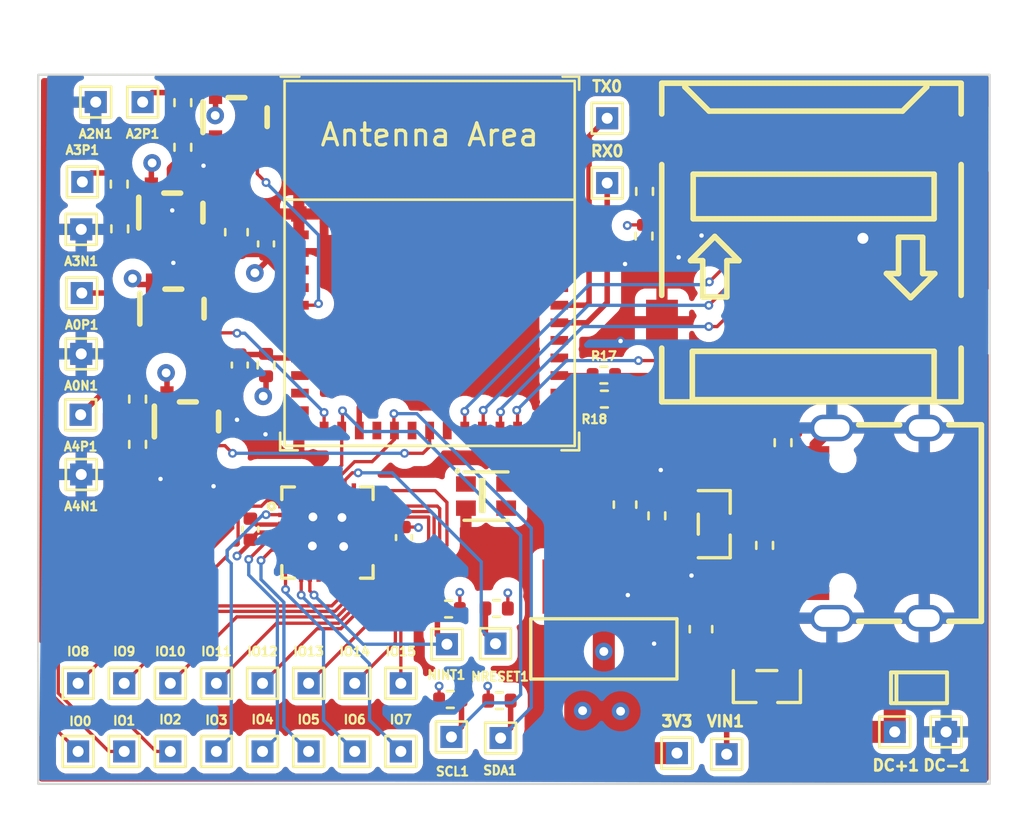
<source format=kicad_pcb>
(kicad_pcb (version 20221018) (generator pcbnew)
  (layers (0 "F.Cu" signal) (1 "In1.Cu" signal) (2 "In2.Cu" signal) (31 "B.Cu" signal) (34 "B.Paste" user) (35 "F.Paste" user) (36 "B.SilkS" user "B.Silkscreen") (37 "F.SilkS" user "F.Silkscreen") (38 "B.Mask" user) (39 "F.Mask" user) (44 "Edge.Cuts" user))
  (net 0 "")
  (net 1 "Net-(C1-Pad1)")
  (net 2 "GND")
  (net 3 "+3V3")
  (net 4 "Net-(U4-+)")
  (net 5 "Net-(U1-EN{slash}CHIP_PU)")
  (net 6 "Net-(U10-S)")
  (net 7 "ADC1_CH0")
  (net 8 "ADC1_CH2")
  (net 9 "ADC1_CH3")
  (net 10 "ADC1_CH4")
  (net 11 "I2S")
  (net 12 "CS")
  (net 13 "DI")
  (net 14 "SCLK")
  (net 15 "DO")
  (net 16 "+5V")
  (net 17 "D+")
  (net 18 "D-")
  (net 26 "I2C_SCL")
  (net 36 "Net-(R2-Pad2)")
  (net 37 "Net-(R7-Pad2)")
  (net 38 "Net-(D1-K)")
  (net 39 "Net-(U11-IO0)")
  (net 40 "Net-(U11-IO1)")
  (net 41 "Net-(RX0-Pad1)")
  (net 42 "Net-(TX0-Pad1)")
  (net 43 "Net-(U11-IO2)")
  (net 44 "I2C_SDA")
  (net 45 "Net-(U11-IO3)")
  (net 46 "Net-(U11-IO4)")
  (net 47 "Net-(U11-IO5)")
  (net 48 "Net-(U11-IO6)")
  (net 49 "Net-(U11-IO7)")
  (net 50 "Net-(U11-IO8)")
  (net 51 "Net-(U11-IO9)")
  (net 52 "Net-(U11-IO10)")
  (net 53 "Net-(U11-IO11)")
  (net 54 "Net-(U11-IO12)")
  (net 55 "Net-(U11-IO13)")
  (net 56 "Net-(U11-IO14)")
  (net 57 "Net-(U11-IO15)")
  (net 58 "Net-(SD1-DAT2)")
  (net 59 "Net-(USB-C1-CC1)")
  (net 60 "Net-(SD1-DAT1)")
  (net 61 "NRESET")
  (net 62 "NINT")
  (net 63 "Net-(U6-+)")
  (net 64 "Net-(U7-+)")
  (net 65 "Net-(USB-C1-CC2)")
  (net 66 "Net-(A2P1-Pad1)")
  (net 67 "Net-(A3P1-Pad1)")
  (net 68 "Net-(A4P1-Pad1)")
  (net 69 "D_CONN+")
  (net 70 "D_CONN-")
  (net 71 "Net-(U5-+)")
  (net 72 "Net-(U1-GPIO20{slash}U0RXD)")
  (net 73 "Net-(U1-GPIO21{slash}U0TXD)")
  (net 77 "NEOPIXEL")
  (footprint "1_project_footprints:LM321MF" (layer "F.Cu") (at 107.873813 46.456944)
    (fp_text reference "U5" hide)
    (fp_text value "LM321MF" hide)
  )
  (footprint "TestPoint:TestPoint_THTPad_1.0x1.0mm_Drill0.5mm" (layer "F.Cu") (at 111.157656 77.2922)
    (fp_text reference "IO13")
    (fp_text value "TestPoint")
  )
  (footprint "TestPoint:TestPoint_THTPad_1.0x1.0mm_Drill0.5mm" (layer "F.Cu") (at 140.1572 79.502)
    (fp_text reference "DC-1")
    (fp_text value "TestPoint")
  )
  (footprint "TestPoint:TestPoint_THTPad_1.0x1.0mm_Drill0.5mm" (layer "F.Cu") (at 137.8204 79.502)
    (fp_text reference "DC+1")
    (fp_text value "TestPoint")
  )
  (footprint "Resistor_SMD:R_0402_1005Metric" (layer "F.Cu") (at 109.22 62.8142 90)
    (fp_text reference "R4" hide)
    (fp_text value "10k")
  )
  (footprint "Capacitor_SMD:C_0402_1005Metric" (layer "F.Cu") (at 108.0262 62.8142 -90)
    (fp_text reference "C1" hide)
    (fp_text value "1uF")
  )
  (footprint "TestPoint:TestPoint_THTPad_1.0x1.0mm_Drill0.5mm" (layer "F.Cu") (at 106.963028 77.2922)
    (fp_text reference "IO11")
    (fp_text value "TestPoint")
  )
  (footprint "TestPoint:TestPoint_THTPad_1.0x1.0mm_Drill0.5mm" (layer "F.Cu") (at 111.157656 80.391)
    (fp_text reference "IO5")
    (fp_text value "TestPoint")
  )
  (footprint "1_project_footprints:LM321MF" (layer "F.Cu") (at 105.003613 55.169144)
    (fp_text reference "U4" hide)
    (fp_text value "LM321MF" hide)
  )
  (footprint "Resistor_SMD:R_0402_1005Metric" (layer "F.Cu") (at 131.9022 71.0184 -90)
    (fp_text reference "R2" hide)
    (fp_text value "5.1k")
  )
  (footprint "TestPoint:TestPoint_THTPad_1.0x1.0mm_Drill0.5mm" (layer "F.Cu") (at 130.175 80.518 -90)
    (fp_text reference "VIN1")
    (fp_text value "TestPoint")
  )
  (footprint "Capacitor_SMD:C_0603_1608Metric" (layer "F.Cu") (at 107.8738 56.769 90)
    (fp_text reference "C2" hide)
    (fp_text value "10uF")
  )
  (footprint "Resistor_SMD:R_0402_1005Metric" (layer "F.Cu") (at 126.4158 56.9468 90)
    (fp_text reference "R1" hide)
    (fp_text value "10k")
  )
  (footprint "TestPoint:TestPoint_THTPad_1.0x1.0mm_Drill0.5mm" (layer "F.Cu") (at 115.352286 77.2922)
    (fp_text reference "IO15")
    (fp_text value "TestPoint")
  )
  (footprint "1_project_footprints:472192001" (layer "F.Cu") (at 134.112 69.391994 180)
    (fp_text reference "SD1" hide)
    (fp_text value "472192001" hide)
  )
  (footprint "Resistor_SMD:R_0402_1005Metric" (layer "F.Cu") (at 103.378 64.3636 -90)
    (fp_text reference "R12" hide)
    (fp_text value "7.5k")
  )
  (footprint "TestPoint:TestPoint_THTPad_1.0x1.0mm_Drill0.5mm" (layer "F.Cu") (at 101.473 50.8508 180)
    (fp_text reference "A2N1")
    (fp_text value "TestPoint")
  )
  (footprint "Resistor_SMD:R_0402_1005Metric" (layer "F.Cu") (at 124.6124 64.3636)
    (fp_text reference "R18")
    (fp_text value "30.1")
  )
  (footprint "Resistor_SMD:R_0402_1005Metric" (layer "F.Cu") (at 103.378 66.421 -90)
    (fp_text reference "R6" hide)
    (fp_text value "1k")
  )
  (footprint "TestPoint:TestPoint_THTPad_1.0x1.0mm_Drill0.5mm" (layer "F.Cu") (at 100.8126 56.642 180)
    (fp_text reference "A3N1")
    (fp_text value "TestPoint")
  )
  (footprint "TestPoint:TestPoint_THTPad_1.0x1.0mm_Drill0.5mm" (layer "F.Cu") (at 119.89 79.7814)
    (fp_text reference "SDA1")
    (fp_text value "TestPoint")
  )
  (footprint "TestPoint:TestPoint_THTPad_1.0x1.0mm_Drill0.5mm" (layer "F.Cu") (at 124.7394 51.5874)
    (fp_text reference "TX0")
    (fp_text value "TestPoint")
  )
  (footprint "TestPoint:TestPoint_THTPad_1.0x1.0mm_Drill0.5mm" (layer "F.Cu") (at 100.671086 80.391 180)
    (fp_text reference "IO0")
    (fp_text value "TestPoint")
  )
  (footprint "Resistor_SMD:R_0402_1005Metric" (layer "F.Cu") (at 119.8372 78.0796 180)
    (fp_text reference "R16" hide)
    (fp_text value "4.7k")
  )
  (footprint "TestPoint:TestPoint_THTPad_1.0x1.0mm_Drill0.5mm" (layer "F.Cu") (at 102.7684 80.391 90)
    (fp_text reference "IO1")
    (fp_text value "TestPoint")
  )
  (footprint "Resistor_SMD:R_0402_1005Metric" (layer "F.Cu") (at 102.5652 56.6166 -90)
    (fp_text reference "R5" hide)
    (fp_text value "1k")
  )
  (footprint "TestPoint:TestPoint_THTPad_1.0x1.0mm_Drill0.5mm" (layer "F.Cu") (at 100.8126 62.3062 180)
    (fp_text reference "A0N1")
    (fp_text value "TestPoint")
  )
  (footprint "Resistor_SMD:R_0402_1005Metric" (layer "F.Cu") (at 124.587 63.2714)
    (fp_text reference "R17")
    (fp_text value "30.1")
  )
  (footprint "1_espressif:ESP32-C3-MINI-1" (layer "F.Cu") (at 116.6622 58.1914)
    (fp_text reference "U1" hide)
    (fp_text value "ESP32-C3-MINI-1")
  )
  (footprint "TestPoint:TestPoint_THTPad_1.0x1.0mm_Drill0.5mm" (layer "F.Cu") (at 127.9144 80.4672)
    (fp_text reference "3V3")
    (fp_text value "TestPoint")
  )
  (footprint "Resistor_SMD:R_0402_1005Metric" (layer "F.Cu") (at 102.5398 54.5846 -90)
    (fp_text reference "R11" hide)
    (fp_text value "3.92k")
  )
  (footprint "TestPoint:TestPoint_THTPad_1.0x1.0mm_Drill0.5mm" (layer "F.Cu") (at 113.25497 80.391)
    (fp_text reference "IO6")
    (fp_text value "TestPoint")
  )
  (footprint "TestPoint:TestPoint_THTPad_1.0x1.0mm_Drill0.5mm" (layer "F.Cu") (at 106.963028 80.391 180)
    (fp_text reference "IO3")
    (fp_text value "TestPoint")
  )
  (footprint "Capacitor_SMD:C_0603_1608Metric" (layer "F.Cu") (at 129.0066 74.8284 90)
    (fp_text reference "C5" hide)
    (fp_text value "10uF")
  )
  (footprint "Resistor_SMD:R_0402_1005Metric" (layer "F.Cu") (at 105.4354 50.8762 -90)
    (fp_text reference "R10" hide)
    (fp_text value "1.6k")
  )
  (footprint "1_project_footprints:SOT-23" (layer "F.Cu") (at 132.0038 82.518434 180)
    (fp_text reference "U9" hide)
    (fp_text value "A03401A" hide)
  )
  (footprint "TestPoint:TestPoint_THTPad_1.0x1.0mm_Drill0.5mm" (layer "F.Cu") (at 100.8634 54.483)
    (fp_text reference "A3P1")
    (fp_text value "TestPoint")
  )
  (footprint "Resistor_SMD:R_0402_1005Metric" (layer "F.Cu") (at 117.5258 73.914)
    (fp_text reference "R15" hide)
    (fp_text value "10k")
  )
  (footprint "1_project_footprints:LM321MF" (layer "F.Cu") (at 104.952813 50.800344)
    (fp_text reference "U6" hide)
    (fp_text value "LM321MF" hide)
  )
  (footprint "Resistor_SMD:R_0402_1005Metric" (layer "F.Cu") (at 117.602 78.0288 180)
    (fp_text reference "R8" hide)
    (fp_text value "4.7k")
  )
  (footprint "1_project_footprints:DFN1610" (layer "F.Cu") (at 138.924258 72.4154)
    (fp_text reference "D1" hide)
    (fp_text value "LTVS16H5.0T5G" hide)
  )
  (footprint "TestPoint:TestPoint_THTPad_1.0x1.0mm_Drill0.5mm" (layer "F.Cu") (at 100.7872 65.0748 180)
    (fp_text reference "A4P1")
    (fp_text value "TestPoint")
  )
  (footprint "TestPoint:TestPoint_THTPad_1.0x1.0mm_Drill0.5mm" (layer "F.Cu") (at 124.7394 54.5338)
    (fp_text reference "RX0")
    (fp_text value "TestPoint")
  )
  (footprint "TestPoint:TestPoint_THTPad_1.0x1.0mm_Drill0.5mm" (layer "F.Cu") (at 100.8126 67.7926 180)
    (fp_text reference "A4N1")
    (fp_text value "TestPoint")
  )
  (footprint "1_project_footprints:LM321MF" (layer "F.Cu") (at 105.664013 60.299944)
    (fp_text reference "U7" hide)
    (fp_text value "LM321MF" hide)
  )
  (footprint "1_project_footprints:SOT-223-4" (layer "F.Cu") (at 124.587 83.642194 180)
    (fp_text reference "U2" hide)
    (fp_text value "AZ1117IH-3.3TRG1" hide)
  )
  (footprint "1_project_footprints:QFN-28-EP(4x4)" (layer "F.Cu") (at 116.87603 70.4342 -90)
    (fp_text reference "U11" hide)
    (fp_text value "SX1509BIULTRT" hide)
  )
  (footprint "Capacitor_SMD:C_0402_1005Metric" (layer "F.Cu") (at 109.22 57.3024 90)
    (fp_text reference "C3" hide)
    (fp_text value "0.1uF")
  )
  (footprint "Resistor_SMD:R_0402_1005Metric" (layer "F.Cu") (at 126.4412 54.9148 -90)
    (fp_text reference "R3" hide)
    (fp_text value "10k")
  )
  (footprint "TestPoint:TestPoint_THTPad_1.0x1.0mm_Drill0.5mm" (layer "F.Cu") (at 104.865714 77.2922)
    (fp_text reference "IO10")
    (fp_text value "TestPoint")
  )
  (footprint "Resistor_SMD:R_0402_1005Metric" (layer "F.Cu") (at 119.7102 73.8886)
    (fp_text reference "R14" hide)
    (fp_text value "10k")
  )
  (footprint "Capacitor_SMD:C_0603_1608Metric" (layer "F.Cu") (at 125.5522 69.1642 90)
    (fp_text reference "C4" hide)
    (fp_text value "10uF")
  )
  (footprint "1_project_footprints:USB-TYPE-C-018" (layer "F.Cu") (at 129.0574 70.0024 90)
    (fp_text reference "USB-C1" hide)
    (fp_text value "USB-TYPE-C-018" hide)
  )
  (footprint "1_project_footprints:SOT-23" (layer "F.Cu") (at 134.690034 70.0532 -90)
    (fp_text reference "U10" hide)
    (fp_text value "A03401A" hide)
  )
  (footprint "TestPoint:TestPoint_THTPad_1.0x1.0mm_Drill0.5mm" (layer "F.Cu") (at 119.6594 75.4888)
    (fp_text reference "NRESET1")
    (fp_text value "TestPoint")
  )
  (footprint "Resistor_SMD:R_0402_1005Metric" (layer "F.Cu") (at 127 69.6722 -90)
    (fp_text reference "R9" hide)
    (fp_text value "10k")
  )
  (footprint "TestPoint:TestPoint_THTPad_1.0x1.0mm_Drill0.5mm" (layer "F.Cu") (at 117.6528 79.7306)
    (fp_text reference "SCL1")
    (fp_text value "TestPoint")
  )
  (footprint "Resistor_SMD:R_0402_1005Metric" (layer "F.Cu") (at 105.4354 52.9082 -90)
    (fp_text reference "R13" hide)
    (fp_text value "1k")
  )
  (footprint "TestPoint:TestPoint_THTPad_1.0x1.0mm_Drill0.5mm" (layer "F.Cu") (at 102.7684 77.2922)
    (fp_text reference "IO9")
    (fp_text value "TestPoint")
  )
  (footprint "TestPoint:TestPoint_THTPad_1.0x1.0mm_Drill0.5mm" (layer "F.Cu") (at 100.838 59.5376 180)
    (fp_text reference "A0P1")
    (fp_text value "TestPoint")
  )
  (footprint "TestPoint:TestPoint_THTPad_1.0x1.0mm_Drill0.5mm" (layer "F.Cu") (at 100.671086 77.2922)
    (fp_text reference "IO8")
    (fp_text value "TestPoint")
  )
  (footprint "Capacitor_SMD:C_0402_1005Metric" (layer "F.Cu") (at 108.5088 70.2818 90)
    (fp_text reference "C7" hide)
    (fp_text value "0.1uF")
  )
  (footprint "Resistor_SMD:R_0402_1005Metric" (layer "F.Cu") (at 132.7404 66.3448 -90)
    (fp_text reference "R7" hide)
    (fp_text value "5.1k")
  )
  (footprint "TestPoint:TestPoint_THTPad_1.0x1.0mm_Drill0.5mm" (layer "F.Cu") (at 104.865714 80.391)
    (fp_text reference "IO2")
    (fp_text value "TestPoint")
  )
  (footprint "TestPoint:TestPoint_THTPad_1.0x1.0mm_Drill0.5mm" (layer "F.Cu") (at 109.060342 80.391)
    (fp_text reference "IO4")
    (fp_text value "TestPoint")
  )
  (footprint "TestPoint:TestPoint_THTPad_1.0x1.0mm_Drill0.5mm" (layer "F.Cu") (at 103.6066 50.8508 180)
    (fp_text reference "A2P1")
    (fp_text value "TestPoint")
  )
  (footprint "Capacitor_SMD:C_0402_1005Metric" (layer "F.Cu") (at 115.4938 70.6628 -90)
    (fp_text reference "C6" hide)
    (fp_text value "0.1uF")
  )
  (footprint "1_project_footprints:WS2812B-2020" (layer "F.Cu") (at 119.228235 63.694437)
    (fp_text reference "U3" hide)
    (fp_text value "~" hide)
  )
  (footprint "TestPoint:TestPoint_THTPad_1.0x1.0mm_Drill0.5mm" (layer "F.Cu") (at 113.25497 77.2922)
    (fp_text reference "IO14")
    (fp_text value "TestPoint")
  )
  (footprint "TestPoint:TestPoint_THTPad_1.0x1.0mm_Drill0.5mm" (layer "F.Cu") (at 117.4496 75.5142)
    (fp_text reference "NINT1")
    (fp_text value "TestPoint")
  )
  (footprint "TestPoint:TestPoint_THTPad_1.0x1.0mm_Drill0.5mm" (layer "F.Cu") (at 115.352286 80.391)
    (fp_text reference "IO7")
    (fp_text value "TestPoint")
  )
  (footprint "TestPoint:TestPoint_THTPad_1.0x1.0mm_Drill0.5mm" (layer "F.Cu") (at 109.060342 77.2922)
    (fp_text reference "IO12")
    (fp_text value "TestPoint")
  )
  (gr_rect (start 98.8568 49.6062) (end 142.1384 81.8642) (stroke (width 0.1)) (fill none) (layer "Edge.Cuts"))
  (segment (start 109.19 62.3342) (end 109.22 62.3042) (width 0.25) (layer "F.Cu") (net 1))
  (segment (start 108.0262 62.3342) (end 109.19 62.3342) (width 0.25) (layer "F.Cu") (net 1))
  (segment (start 109.4072 62.4914) (end 109.22 62.3042) (width 0.25) (layer "F.Cu") (net 1))
  (segment (start 110.7622 62.4914) (end 109.4072 62.4914) (width 0.25) (layer "F.Cu") (net 1))
  (segment (start 136.3472 56.769) (end 136.3472 57.023) (width 0.5) (layer "F.Cu") (net 2))
  (segment (start 131.9022 69.670364) (end 131.335076 69.10324) (width 0.5) (layer "F.Cu") (net 2))
  (segment (start 112.98555 70.83425) (end 112.7506 71.0692) (width 0.15) (layer "F.Cu") (net 2))
  (segment (start 113.4622 65.7914) (end 113.4622 64.7442) (width 0.25) (layer "F.Cu") (net 2))
  (segment (start 108.5088 69.8018) (end 108.7779 70.0709) (width 0.2) (layer "F.Cu") (net 2))
  (segment (start 105.4354 53.4182) (end 106.047 53.4182) (width 0.5) (layer "F.Cu") (net 2))
  (segment (start 105.4354 53.4182) (end 104.9528 53.9008) (width 0.5) (layer "F.Cu") (net 2))
  (segment (start 113.92154 70.83425) (end 112.98555 70.83425) (width 0.15) (layer "F.Cu") (net 2))
  (segment (start 104.9528 53.9008) (end 104.9528 55.7784) (width 0.5) (layer "F.Cu") (net 2))
  (segment (start 111.61395 69.46265) (end 111.3536 69.723) (width 0.15) (layer "F.Cu") (net 2))
  (segment (start 136.412097 56.704103) (end 136.3472 56.769) (width 0.5) (layer "F.Cu") (net 2))
  (segment (start 134.19328 66.952368) (end 134.19328 66.445638) (width 0.5) (layer "F.Cu") (net 2))
  (segment (start 106.047 53.4182) (end 106.3752 53.7464) (width 0.5) (layer "F.Cu") (net 2))
  (segment (start 111.61395 71.32955) (end 111.3282 71.0438) (width 0.15) (layer "F.Cu") (net 2))
  (segment (start 115.18525 70.83425) (end 113.92154 70.83425) (width 0.15) (layer "F.Cu") (net 2))
  (segment (start 110.10646 70.03415) (end 111.04245 70.03415) (width 0.2) (layer "F.Cu") (net 2))
  (segment (start 111.61395 72.34174) (end 111.61395 71.32955) (width 0.15) (layer "F.Cu") (net 2))
  (segment (start 111.61395 68.52666) (end 111.61395 69.46265) (width 0.15) (layer "F.Cu") (net 2))
  (segment (start 113.4622 64.7442) (end 114.6872 63.5192) (width 0.25) (layer "F.Cu") (net 2))
  (segment (start 131.335076 69.10324) (end 128.610036 69.10324) (width 0.5) (layer "F.Cu") (net 2))
  (segment (start 134.19328 66.445638) (end 134.96163 65.677288) (width 0.5) (layer "F.Cu") (net 2))
  (segment (start 114.6872 63.5192) (end 114.6872 62.8664) (width 0.25) (layer "F.Cu") (net 2))
  (segment (start 131.9022 70.5084) (end 131.9022 69.670364) (width 0.5) (layer "F.Cu") (net 2))
  (segment (start 108.7779 70.0709) (end 110.06971 70.0709) (width 0.2) (layer "F.Cu") (net 2))
  (segment (start 115.4938 71.1428) (end 115.18525 70.83425) (width 0.15) (layer "F.Cu") (net 2))
  (segment (start 136.412097 55.142213) (end 136.412097 56.704103) (width 0.5) (layer "F.Cu") (net 2))
  (segment (start 111.04245 70.03415) (end 111.3536 69.723) (width 0.2) (layer "F.Cu") (net 2))
  (segment (start 136.3472 57.023) (end 136.3726 57.0484) (width 0.5) (layer "F.Cu") (net 2))
  (segment (start 110.06971 70.0709) (end 110.10646 70.03415) (width 0.2) (layer "F.Cu") (net 2))
  (via (at 105.0036 58.166) (size 0.4) (drill 0.2) (layers "F.Cu" "B.Cu") (net 2))
  (via (at 136.3726 57.0484) (size 1) (drill 0.5) (layers "F.Cu" "B.Cu") (net 2))
  (via (at 106.3752 53.7464) (size 0.4) (drill 0.2) (layers "F.Cu" "B.Cu") (net 2))
  (via (at 107.8992 65.3034) (size 0.4) (drill 0.2) (layers "F.Cu" "B.Cu") (net 2))
  (via (at 104.9528 55.7784) (size 0.4) (drill 0.2) (layers "F.Cu" "B.Cu") (net 2))
  (via (at 125.349 61.722) (size 0.4) (drill 0.2) (layers "F.Cu" "B.Cu") (net 2))
  (via (at 106.8324 68.326) (size 0.4) (drill 0.2) (layers "F.Cu" "B.Cu") (net 2))
  (via (at 109.1946 65.9638) (size 0.4) (drill 0.2) (layers "F.Cu" "B.Cu") (net 2))
  (via (at 104.4194 67.9958) (size 0.4) (drill 0.2) (layers "F.Cu" "B.Cu") (net 2))
  (via (at 127.9906 57.912) (size 0.4) (drill 0.2) (layers "F.Cu" "B.Cu") (net 2))
  (via (at 128.5748 72.39) (size 0.4) (drill 0.2) (layers "F.Cu" "B.Cu") (net 2))
  (via (at 111.3282 71.0438) (size 0.8) (drill 0.4) (layers "F.Cu" "B.Cu") (net 2))
  (via (at 111.3536 69.723) (size 0.8) (drill 0.4) (layers "F.Cu" "B.Cu") (net 2))
  (via (at 126.873 75.4888) (size 0.4) (drill 0.2) (layers "F.Cu" "B.Cu") (net 2))
  (via (at 125.6792 73.279) (size 0.4) (drill 0.2) (layers "F.Cu" "B.Cu") (net 2))
  (via (at 112.6744 69.7484) (size 0.8) (drill 0.4) (layers "F.Cu" "B.Cu") (net 2))
  (via (at 112.7506 71.0692) (size 0.8) (drill 0.4) (layers "F.Cu" "B.Cu") (net 2))
  (via (at 125.5522 58.2168) (size 0.4) (drill 0.2) (layers "F.Cu" "B.Cu") (net 2))
  (via (at 129.032 56.9214) (size 0.4) (drill 0.2) (layers "F.Cu" "B.Cu") (net 2))
  (via (at 127.1778 67.5894) (size 0.4) (drill 0.2) (layers "F.Cu" "B.Cu") (net 2))
  (segment (start 110.7622 58.4914) (end 109.929 58.4914) (width 0.5) (layer "F.Cu") (net 3))
  (segment (start 134.211949 54.142215) (end 134.136949 54.067215) (width 0.25) (layer "F.Cu") (net 3))
  (segment (start 109.22 57.7824) (end 109.22 58.1152) (width 0.25) (layer "F.Cu") (net 3))
  (segment (start 115.4938 70.1828) (end 116.1314 70.1828) (width 0.15) (layer "F.Cu") (net 3))
  (segment (start 128.533385 54.067215) (end 127.3175 55.2831) (width 0.25) (layer "F.Cu") (net 3))
  (segment (start 117.092 78.0288) (end 117.092 77.4212) (width 0.15) (layer "F.Cu") (net 3))
  (segment (start 103.42127 59.14907) (end 103.1494 58.8772) (width 0.25) (layer "F.Cu") (net 3))
  (segment (start 116.1314 70.1828) (end 116.1542 70.2056) (width 0.15) (layer "F.Cu") (net 3))
  (segment (start 106.923853 51.445147) (end 106.9086 51.4604) (width 0.25) (layer "F.Cu") (net 3))
  (segment (start 104.053653 59.14907) (end 103.42127 59.14907) (width 0.25) (layer "F.Cu") (net 3))
  (segment (start 134.211949 55.142213) (end 134.211949 54.142215) (width 0.25) (layer "F.Cu") (net 3))
  (segment (start 126.4158 56.4368) (end 127.1036 56.4368) (width 0.25) (layer "F.Cu") (net 3))
  (segment (start 124.587 78.562194) (end 125.349006 78.562194) (width 1) (layer "F.Cu") (net 3))
  (segment (start 106.923853 50.43687) (end 106.923853 51.445147) (width 0.25) (layer "F.Cu") (net 3))
  (segment (start 109.929 58.4914) (end 109.22 57.7824) (width 0.5) (layer "F.Cu") (net 3))
  (segment (start 126.492006 80.4672) (end 124.587 78.562194) (width 1) (layer "F.Cu") (net 3))
  (segment (start 109.22 64.1096) (end 109.093 64.2366) (width 0.25) (layer "F.Cu") (net 3))
  (segment (start 124.587 78.562194) (end 124.587 72.892406) (width 1) (layer "F.Cu") (net 3))
  (segment (start 109.22 63.3242) (end 109.22 64.1096) (width 0.25) (layer "F.Cu") (net 3))
  (segment (start 115.4938 70.1828) (end 115.2424 70.4342) (width 0.15) (layer "F.Cu") (net 3))
  (segment (start 127.1758 55.4248) (end 126.4412 55.4248) (width 0.25) (layer "F.Cu") (net 3))
  (segment (start 134.136949 54.067215) (end 128.533385 54.067215) (width 0.25) (layer "F.Cu") (net 3))
  (segment (start 119.3272 77.4426) (end 119.3038 77.4192) (width 0.15) (layer "F.Cu") (net 3))
  (segment (start 119.3272 78.0796) (end 119.3272 77.4426) (width 0.15) (layer "F.Cu") (net 3))
  (segment (start 109.22 58.1152) (end 108.712 58.6232) (width 0.25) (layer "F.Cu") (net 3))
  (segment (start 108.5088 70.7618) (end 108.8364 70.4342) (width 0.2) (layer "F.Cu") (net 3))
  (segment (start 127.3175 55.2831) (end 127.1758 55.4248) (width 0.25) (layer "F.Cu") (net 3))
  (segment (start 120.2202 73.1794) (end 120.2182 73.1774) (width 0.15) (layer "F.Cu") (net 3))
  (segment (start 104.002853 53.654947) (end 104.0384 53.6194) (width 0.25) (layer "F.Cu") (net 3))
  (segment (start 108.5088 70.8914) (end 107.8992 71.501) (width 0.2) (layer "F.Cu") (net 3))
  (segment (start 108.5088 70.7618) (end 108.5088 70.8914) (width 0.2) (layer "F.Cu") (net 3))
  (segment (start 125.6812 56.4368) (end 125.6538 56.4642) (width 0.15) (layer "F.Cu") (net 3))
  (segment (start 117.092 77.4212) (end 117.094 77.4192) (width 0.15) (layer "F.Cu") (net 3))
  (segment (start 118.0358 73.154) (end 118.0338 73.152) (width 0.15) (layer "F.Cu") (net 3))
  (segment (start 108.8364 70.4342) (end 110.10646 70.4342) (width 0.2) (layer "F.Cu") (net 3))
  (segment (start 127.9144 80.4672) (end 126.492006 80.4672) (width 1) (layer "F.Cu") (net 3))
  (segment (start 120.2202 73.8886) (end 120.2202 73.1794) (width 0.15) (layer "F.Cu") (net 3))
  (segment (start 104.714053 64.27987) (end 104.714053 63.210453) (width 0.25) (layer "F.Cu") (net 3))
  (segment (start 126.4158 56.4368) (end 125.6812 56.4368) (width 0.15) (layer "F.Cu") (net 3))
  (segment (start 109.22 57.7824) (end 108.1122 57.7824) (width 0.25) (layer "F.Cu") (net 3))
  (segment (start 118.0358 73.914) (end 118.0358 73.154) (width 0.15) (layer "F.Cu") (net 3))
  (segment (start 126.047806 78.562194) (end 129.0066 75.6034) (width 1) (layer "F.Cu") (net 3))
  (segment (start 104.002853 54.78027) (end 104.002853 53.654947) (width 0.25) (layer "F.Cu") (net 3))
  (segment (start 108.1122 57.7824) (end 107.8738 57.544) (width 0.25) (layer "F.Cu") (net 3))
  (segment (start 115.2424 70.4342) (end 113.92154 70.4342) (width 0.15) (layer "F.Cu") (net 3))
  (segment (start 104.714053 63.210453) (end 104.6734 63.1698) (width 0.25) (layer "F.Cu") (net 3))
  (segment (start 127.1036 56.4368) (end 127.3175 56.2229) (width 0.25) (layer "F.Cu") (net 3))
  (segment (start 127.3175 56.2229) (end 127.3175 55.2831) (width 0.25) (layer "F.Cu") (net 3))
  (segment (start 125.349006 78.562194) (end 126.047806 78.562194) (width 1) (layer "F.Cu") (net 3))
  (via (at 106.9086 51.4604) (size 0.8) (drill 0.4) (layers "F.Cu" "B.Cu") (net 3))
  (via (at 116.1542 70.2056) (size 0.4) (drill 0.2) (layers "F.Cu" "B.Cu") (net 3))
  (via (at 118.0338 73.152) (size 0.4) (drill 0.2) (layers "F.Cu" "B.Cu") (net 3))
  (via (at 117.094 77.4192) (size 0.4) (drill 0.2) (layers "F.Cu" "B.Cu") (net 3))
  (via (at 107.8992 71.501) (size 0.4) (drill 0.2) (layers "F.Cu" "B.Cu") (net 3))
  (via (at 124.587 75.8444) (size 0.8) (drill 0.4) (layers "F.Cu" "B.Cu") (net 3))
  (via (at 104.0384 53.6194) (size 0.8) (drill 0.4) (layers "F.Cu" "B.Cu") (net 3))
  (via (at 104.6734 63.1698) (size 0.8) (drill 0.4) (layers "F.Cu" "B.Cu") (net 3))
  (via (at 123.6218 78.5368) (size 0.8) (drill 0.4) (layers "F.Cu" "B.Cu") (net 3))
  (via (at 103.1494 58.8772) (size 0.8) (drill 0.4) (layers "F.Cu" "B.Cu") (net 3))
  (via (at 119.3038 77.4192) (size 0.4) (drill 0.2) (layers "F.Cu" "B.Cu") (net 3))
  (via (at 108.712 58.6232) (size 0.8) (drill 0.4) (layers "F.Cu" "B.Cu") (net 3))
  (via (at 125.349006 78.562194) (size 0.8) (drill 0.4) (layers "F.Cu" "B.Cu") (net 3))
  (via (at 125.6538 56.4642) (size 0.4) (drill 0.2) (layers "F.Cu" "B.Cu") (net 3))
  (via (at 120.2182 73.1774) (size 0.4) (drill 0.2) (layers "F.Cu" "B.Cu") (net 3))
  (via (at 109.093 64.2366) (size 0.8) (drill 0.4) (layers "F.Cu" "B.Cu") (net 3))
  (segment (start 102.242035 59.5376) (end 104.053653 61.349218) (width 0.25) (layer "F.Cu") (net 4))
  (segment (start 100.838 59.5376) (end 102.242035 59.5376) (width 0.25) (layer "F.Cu") (net 4))
  (segment (start 130.175 77.317276) (end 131.05384 76.438436) (width 0.25) (layer "F.Cu") (net 6))
  (segment (start 122.28703 72.147411) (end 122.28703 72.892406) (width 0.5) (layer "F.Cu") (net 6))
  (segment (start 127 70.9168) (end 126.91364 71.00316) (width 0.5) (layer "F.Cu") (net 6))
  (segment (start 131.05384 76.438436) (end 131.05384 73.446964) (width 0.5) (layer "F.Cu") (net 6))
  (segment (start 131.05384 73.446964) (end 128.610036 71.00316) (width 0.5) (layer "F.Cu") (net 6))
  (segment (start 123.431281 71.00316) (end 122.28703 72.147411) (width 0.5) (layer "F.Cu") (net 6))
  (segment (start 125.66396 71.00316) (end 123.431281 71.00316) (width 0.5) (layer "F.Cu") (net 6))
  (segment (start 127 70.1822) (end 127 70.9168) (width 0.5) (layer "F.Cu") (net 6))
  (segment (start 125.5522 70.8914) (end 125.66396 71.00316) (width 0.5) (layer "F.Cu") (net 6))
  (segment (start 128.610036 71.00316) (end 126.91364 71.00316) (width 0.5) (layer "F.Cu") (net 6))
  (segment (start 130.175 80.518) (end 130.175 77.317276) (width 0.25) (layer "F.Cu") (net 6))
  (segment (start 125.5522 69.9392) (end 125.5522 70.8914) (width 0.5) (layer "F.Cu") (net 6))
  (segment (start 126.91364 71.00316) (end 125.66396 71.00316) (width 0.5) (layer "F.Cu") (net 6))
  (segment (start 107.882018 61.349218) (end 107.8992 61.3664) (width 0.15) (layer "F.Cu") (net 7))
  (segment (start 105.953573 61.349218) (end 107.882018 61.349218) (width 0.15) (layer "F.Cu") (net 7))
  (segment (start 111.8622 64.9738) (end 111.8616 64.9732) (width 0.15) (layer "F.Cu") (net 7))
  (segment (start 111.8622 65.7914) (end 111.8622 64.9738) (width 0.15) (layer "F.Cu") (net 7))
  (segment (start 105.953573 59.14907) (end 105.953573 61.349218) (width 0.25) (layer "F.Cu") (net 7))
  (via (at 111.8616 64.9732) (size 0.4) (drill 0.2) (layers "F.Cu" "B.Cu") (net 7))
  (via (at 107.8992 61.3664) (size 0.4) (drill 0.2) (layers "F.Cu" "B.Cu") (net 7))
  (segment (start 108.2548 61.3664) (end 111.8616 64.9732) (width 0.15) (layer "B.Cu") (net 7))
  (segment (start 107.8992 61.3664) (end 108.2548 61.3664) (width 0.15) (layer "B.Cu") (net 7))
  (segment (start 110.7622 60.0914) (end 111.5364 60.0914) (width 0.15) (layer "F.Cu") (net 8))
  (segment (start 111.5364 60.0914) (end 111.6076 60.0202) (width 0.15) (layer "F.Cu") (net 8))
  (segment (start 108.823773 52.637018) (end 108.823773 50.43687) (width 0.25) (layer "F.Cu") (net 8))
  (segment (start 108.823773 52.637018) (end 108.823773 54.112173) (width 0.15) (layer "F.Cu") (net 8))
  (segment (start 108.823773 54.112173) (end 109.22 54.5084) (width 0.15) (layer "F.Cu") (net 8))
  (via (at 109.22 54.5084) (size 0.4) (drill 0.2) (layers "F.Cu" "B.Cu") (net 8))
  (via (at 111.6076 60.0202) (size 0.4) (drill 0.2) (layers "F.Cu" "B.Cu") (net 8))
  (segment (start 111.6076 56.896) (end 111.6076 60.0202) (width 0.15) (layer "B.Cu") (net 8))
  (segment (start 109.22 54.5084) (end 111.6076 56.896) (width 0.15) (layer "B.Cu") (net 8))
  (segment (start 110.7622 60.8914) (end 108.822901 60.8914) (width 0.127) (layer "F.Cu") (net 9))
  (segment (start 108.822901 60.8914) (end 105.902773 57.971272) (width 0.127) (layer "F.Cu") (net 9))
  (segment (start 105.902773 56.980418) (end 105.902773 54.78027) (width 0.25) (layer "F.Cu") (net 9))
  (segment (start 105.902773 57.971272) (end 105.902773 56.980418) (width 0.127) (layer "F.Cu") (net 9))
  (segment (start 116.3574 66.8274) (end 115.5192 66.8274) (width 0.15) (layer "F.Cu") (net 10))
  (segment (start 116.6622 65.7914) (end 116.6622 66.5226) (width 0.15) (layer "F.Cu") (net 10))
  (segment (start 116.6622 66.5226) (end 116.3574 66.8274) (width 0.15) (layer "F.Cu") (net 10))
  (segment (start 107.348618 66.480018) (end 107.696 66.8274) (width 0.15) (layer "F.Cu") (net 10))
  (segment (start 106.613973 66.480018) (end 107.348618 66.480018) (width 0.15) (layer "F.Cu") (net 10))
  (segment (start 106.613973 66.480018) (end 106.613973 64.27987) (width 0.25) (layer "F.Cu") (net 10))
  (via (at 107.696 66.8274) (size 0.4) (drill 0.2) (layers "F.Cu" "B.Cu") (net 10))
  (via (at 115.5192 66.8274) (size 0.4) (drill 0.2) (layers "F.Cu" "B.Cu") (net 10))
  (segment (start 115.5192 66.8274) (end 107.696 66.8274) (width 0.15) (layer "B.Cu") (net 10))
  (segment (start 118.2624 65.7912) (end 118.2622 65.7914) (width 0.15) (layer "F.Cu") (net 12))
  (segment (start 132.012055 55.142213) (end 132.012055 56.405145) (width 0.15) (layer "F.Cu") (net 12))
  (segment (start 132.012055 56.405145) (end 129.3876 59.0296) (width 0.15) (layer "F.Cu") (net 12))
  (segment (start 118.2624 64.9224) (end 118.2624 65.7912) (width 0.15) (layer "F.Cu") (net 12))
  (via (at 118.2624 64.9224) (size 0.4) (drill 0.2) (layers "F.Cu" "B.Cu") (net 12))
  (via (at 129.3876 59.0296) (size 0.4) (drill 0.2) (layers "F.Cu" "B.Cu") (net 12))
  (segment (start 129.2606 59.1566) (end 124.5362 59.1566) (width 0.15) (layer "B.Cu") (net 12))
  (segment (start 118.2624 64.8208) (end 118.2624 64.9224) (width 0.15) (layer "B.Cu") (net 12))
  (segment (start 118.2878 64.7954) (end 118.2624 64.8208) (width 0.15) (layer "B.Cu") (net 12))
  (segment (start 123.9266 59.1566) (end 118.2878 64.7954) (width 0.15) (layer "B.Cu") (net 12))
  (segment (start 129.3876 59.0296) (end 129.2606 59.1566) (width 0.15) (layer "B.Cu") (net 12))
  (segment (start 124.5362 59.1566) (end 123.9266 59.1566) (width 0.15) (layer "B.Cu") (net 12))
  (segment (start 133.112129 55.142213) (end 133.112129 56.346471) (width 0.15) (layer "F.Cu") (net 13))
  (segment (start 119.1006 65.753) (end 119.0622 65.7914) (width 0.15) (layer "F.Cu") (net 13))
  (segment (start 119.1006 64.8716) (end 119.1006 65.753) (width 0.15) (layer "F.Cu") (net 13))
  (segment (start 133.112129 56.346471) (end 129.3622 60.0964) (width 0.15) (layer "F.Cu") (net 13))
  (via (at 119.1006 64.8716) (size 0.4) (drill 0.2) (layers "F.Cu" "B.Cu") (net 13))
  (via (at 129.3622 60.0964) (size 0.4) (drill 0.2) (layers "F.Cu" "B.Cu") (net 13))
  (segment (start 119.1006 64.8716) (end 123.8758 60.0964) (width 0.15) (layer "B.Cu") (net 13))
  (segment (start 123.8758 60.0964) (end 129.3622 60.0964) (width 0.15) (layer "B.Cu") (net 13))
  (segment (start 129.742635 61.0616) (end 129.3622 61.0616) (width 0.15) (layer "F.Cu") (net 14))
  (segment (start 135.312023 55.142213) (end 135.312023 55.492212) (width 0.15) (layer "F.Cu") (net 14))
  (segment (start 119.888 64.9478) (end 119.888 65.7656) (width 0.15) (layer "F.Cu") (net 14))
  (segment (start 135.312023 55.492212) (end 129.742635 61.0616) (width 0.15) (layer "F.Cu") (net 14))
  (segment (start 119.888 65.7656) (end 119.8622 65.7914) (width 0.15) (layer "F.Cu") (net 14))
  (via (at 119.888 64.9478) (size 0.4) (drill 0.2) (layers "F.Cu" "B.Cu") (net 14))
  (via (at 129.3622 61.0616) (size 0.4) (drill 0.2) (layers "F.Cu" "B.Cu") (net 14))
  (segment (start 119.888 64.8208) (end 123.6472 61.0616) (width 0.15) (layer "B.Cu") (net 14))
  (segment (start 119.888 64.9478) (end 119.888 64.8208) (width 0.15) (layer "B.Cu") (net 14))
  (segment (start 123.6472 61.0616) (end 129.3622 61.0616) (width 0.15) (layer "B.Cu") (net 14))
  (segment (start 137.511917 55.142213) (end 137.511917 56.862971) (width 0.15) (layer "F.Cu") (net 15))
  (segment (start 120.6622 65.7914) (end 120.6622 64.9092) (width 0.15) (layer "F.Cu") (net 15))
  (segment (start 137.511917 56.862971) (end 131.763888 62.611) (width 0.15) (layer "F.Cu") (net 15))
  (segment (start 120.6622 64.9092) (end 120.6246 64.8716) (width 0.15) (layer "F.Cu") (net 15))
  (segment (start 131.763888 62.611) (end 126.1618 62.611) (width 0.15) (layer "F.Cu") (net 15))
  (via (at 126.1618 62.611) (size 0.4) (drill 0.2) (layers "F.Cu" "B.Cu") (net 15))
  (via (at 120.6246 64.8716) (size 0.4) (drill 0.2) (layers "F.Cu" "B.Cu") (net 15))
  (segment (start 120.6246 64.8716) (end 122.8852 62.611) (width 0.15) (layer "B.Cu") (net 15))
  (segment (start 122.8852 62.611) (end 126.1618 62.611) (width 0.15) (layer "B.Cu") (net 15))
  (segment (start 135.062468 67.752468) (end 135.0772 67.7672) (width 0.25) (layer "F.Cu") (net 16))
  (segment (start 134.837932 72.252332) (end 134.8486 72.263) (width 0.25) (layer "F.Cu") (net 16))
  (segment (start 134.8486 72.263) (end 135.0518 72.263) (width 0.25) (layer "F.Cu") (net 16))
  (segment (start 135.0518 72.263) (end 135.128 72.1868) (width 0.25) (layer "F.Cu") (net 16))
  (segment (start 130.610032 70.0532) (end 130.610032 71.859832) (width 0.5) (layer "F.Cu") (net 16))
  (segment (start 131.191 72.4408) (end 134.081774 72.4408) (width 0.5) (layer "F.Cu") (net 16))
  (segment (start 134.19328 72.252332) (end 134.837932 72.252332) (width 0.25) (layer "F.Cu") (net 16))
  (segment (start 134.19328 67.45224) (end 134.19328 67.752468) (width 0.15) (layer "F.Cu") (net 16))
  (segment (start 134.19328 72.252332) (end 134.071868 72.252332) (width 0.25) (layer "F.Cu") (net 16))
  (segment (start 135.5852 71.7804) (end 135.337788 72.027812) (width 0.5) (layer "F.Cu") (net 16))
  (segment (start 134.081774 72.4408) (end 134.093907 72.452933) (width 0.5) (layer "F.Cu") (net 16))
  (segment (start 134.19328 67.752468) (end 135.062468 67.752468) (width 0.25) (layer "F.Cu") (net 16))
  (segment (start 135.0772 67.7672) (end 135.5852 68.2752) (width 0.25) (layer "F.Cu") (net 16))
  (segment (start 130.610032 71.859832) (end 131.191 72.4408) (width 0.5) (layer "F.Cu") (net 16))
  (segment (start 135.5852 68.2752) (end 135.6106 68.2752) (width 0.25) (layer "F.Cu") (net 16))
  (segment (start 134.071868 72.252332) (end 133.9342 72.39) (width 0.25) (layer "F.Cu") (net 16))
  (segment (start 135.6106 71.755) (end 135.5852 71.7804) (width 0.5) (layer "F.Cu") (net 16))
  (segment (start 135.6106 68.2752) (end 135.6106 71.755) (width 0.5) (layer "F.Cu") (net 16))
  (segment (start 122.5822 63.2714) (end 122.5622 63.2914) (width 0.2) (layer "F.Cu") (net 17))
  (segment (start 124.077 63.2714) (end 122.5822 63.2714) (width 0.2) (layer "F.Cu") (net 17))
  (segment (start 123.8302 64.0914) (end 124.1024 64.3636) (width 0.2) (layer "F.Cu") (net 18))
  (segment (start 122.5622 64.0914) (end 123.8302 64.0914) (width 0.2) (layer "F.Cu") (net 18))
  (segment (start 112.6622 67.373) (end 112.014 68.0212) (width 0.15) (layer "F.Cu") (net 26))
  (segment (start 118.112 78.0288) (end 118.112 79.2714) (width 0.25) (layer "F.Cu") (net 26))
  (segment (start 112.6998 64.897) (end 112.6998 65.7538) (width 0.15) (layer "F.Cu") (net 26))
  (segment (start 112.014 68.0212) (end 112.014 68.52666) (width 0.15) (layer "F.Cu") (net 26))
  (segment (start 118.112 79.2714) (end 117.6528 79.7306) (width 0.25) (layer "F.Cu") (net 26))
  (segment (start 112.6998 65.7538) (end 112.6622 65.7914) (width 0.15) (layer "F.Cu") (net 26))
  (segment (start 112.6622 65.7914) (end 112.6622 67.373) (width 0.15) (layer "F.Cu") (net 26))
  (via (at 112.6998 64.897) (size 0.4) (drill 0.2) (layers "F.Cu" "B.Cu") (net 26))
  (segment (start 119.2022 78.1812) (end 120.4214 78.1812) (width 0.15) (layer "B.Cu") (net 26))
  (segment (start 120.8024 77.8002) (end 120.8024 72.1614) (width 0.15) (layer "B.Cu") (net 26))
  (segment (start 120.8024 70.5612) (end 117.1448 66.9036) (width 0.15) (layer "B.Cu") (net 26))
  (segment (start 113.6396 65.8368) (end 112.6998 64.897) (width 0.15) (layer "B.Cu") (net 26))
  (segment (start 116.078 65.8368) (end 113.7666 65.8368) (width 0.15) (layer "B.Cu") (net 26))
  (segment (start 120.8024 72.1614) (end 120.8024 70.5612) (width 0.15) (layer "B.Cu") (net 26))
  (segment (start 117.1448 66.9036) (end 116.078 65.8368) (width 0.15) (layer "B.Cu") (net 26))
  (segment (start 113.7666 65.8368) (end 113.6396 65.8368) (width 0.15) (layer "B.Cu") (net 26))
  (segment (start 117.6528 79.7306) (end 119.2022 78.1812) (width 0.15) (layer "B.Cu") (net 26))
  (segment (start 120.4214 78.1812) (end 120.8024 77.8002) (width 0.15) (layer "B.Cu") (net 26))
  (segment (start 132.178266 71.252334) (end 134.19328 71.252334) (width 0.15) (layer "F.Cu") (net 36))
  (segment (start 131.9022 71.5284) (end 132.178266 71.252334) (width 0.15) (layer "F.Cu") (net 36))
  (segment (start 134.19328 68.25234) (end 133.343282 68.25234) (width 0.2) (layer "F.Cu") (net 37))
  (segment (start 132.7404 67.649458) (end 132.7404 66.8548) (width 0.2) (layer "F.Cu") (net 37))
  (segment (start 133.343282 68.25234) (end 132.7404 67.649458) (width 0.2) (layer "F.Cu") (net 37))
  (segment (start 137.8204 79.502) (end 133.067368 79.502) (width 1) (layer "F.Cu") (net 38))
  (segment (start 133.067368 79.502) (end 132.0038 78.438432) (width 1) (layer "F.Cu") (net 38))
  (segment (start 137.8204 78.124304) (end 138.449304 77.4954) (width 1) (layer "F.Cu") (net 38))
  (segment (start 137.8204 79.502) (end 137.8204 78.124304) (width 1) (layer "F.Cu") (net 38))
  (segment (start 111.2139 68.044162) (end 111.2139 68.52666) (width 0.15) (layer "F.Cu") (net 39))
  (segment (start 99.119798 78.839712) (end 99.119798 76.272706) (width 0.15) (layer "F.Cu") (net 39))
  (segment (start 106.714398 70.812448) (end 106.714398 69.795706) (width 0.15) (layer "F.Cu") (net 39))
  (segment (start 110.839837 67.670099) (end 111.2139 68.044162) (width 0.15) (layer "F.Cu") (net 39))
  (segment (start 99.996306 75.396198) (end 100.301106 75.396198) (width 0.15) (layer "F.Cu") (net 39))
  (segment (start 106.714398 69.795706) (end 108.840005 67.670099) (width 0.15) (layer "F.Cu") (net 39))
  (segment (start 105.233947 72.292899) (end 106.714398 70.812448) (width 0.15) (layer "F.Cu") (net 39))
  (segment (start 100.301106 75.396198) (end 103.404405 72.292899) (width 0.15) (layer "F.Cu") (net 39))
  (segment (start 100.671086 80.391) (end 99.119798 78.839712) (width 0.15) (layer "F.Cu") (net 39))
  (segment (start 108.840005 67.670099) (end 110.839837 67.670099) (width 0.15) (layer "F.Cu") (net 39))
  (segment (start 99.119798 76.272706) (end 99.996306 75.396198) (width 0.15) (layer "F.Cu") (net 39))
  (segment (start 103.404405 72.292899) (end 105.233947 72.292899) (width 0.15) (layer "F.Cu") (net 39))
  (segment (start 100.404453 75.645699) (end 103.507752 72.5424) (width 0.15) (layer "F.Cu") (net 40))
  (segment (start 108.336292 68.52666) (end 110.814104 68.52666) (width 0.15) (layer "F.Cu") (net 40))
  (segment (start 107.700499 70.229253) (end 107.700499 69.162453) (width 0.15) (layer "F.Cu") (net 40))
  (segment (start 103.507752 72.5424) (end 105.387352 72.5424) (width 0.15) (layer "F.Cu") (net 40))
  (segment (start 99.521699 77.845661) (end 99.521699 76.223653) (width 0.15) (layer "F.Cu") (net 40))
  (segment (start 107.700499 69.162453) (end 108.336292 68.52666) (width 0.15) (layer "F.Cu") (net 40))
  (segment (start 102.7684 80.391) (end 102.067038 80.391) (width 0.15) (layer "F.Cu") (net 40))
  (segment (start 99.521699 76.223653) (end 100.099653 75.645699) (width 0.15) (layer "F.Cu") (net 40))
  (segment (start 105.387352 72.5424) (end 107.700499 70.229253) (width 0.15) (layer "F.Cu") (net 40))
  (segment (start 102.067038 80.391) (end 99.521699 77.845661) (width 0.15) (layer "F.Cu") (net 40))
  (segment (start 100.099653 75.645699) (end 100.404453 75.645699) (width 0.15) (layer "F.Cu") (net 40))
  (segment (start 123.8174 60.8914) (end 122.5622 60.8914) (width 0.25) (layer "F.Cu") (net 41))
  (segment (start 124.7394 54.5338) (end 124.7394 59.9694) (width 0.25) (layer "F.Cu") (net 41))
  (segment (start 124.7394 59.9694) (end 123.8174 60.8914) (width 0.25) (layer "F.Cu") (net 41))
  (segment (start 123.8046 60.0914) (end 122.5622 60.0914) (width 0.25) (layer "F.Cu") (net 42))
  (segment (start 124.7394 51.5874) (end 123.9144 52.4124) (width 0.25) (layer "F.Cu") (net 42))
  (segment (start 123.9144 59.9816) (end 123.8046 60.0914) (width 0.25) (layer "F.Cu") (net 42))
  (segment (start 123.9144 52.4124) (end 123.9144 59.9816) (width 0.25) (layer "F.Cu") (net 42))
  (segment (start 107.95 70.960396) (end 107.95 69.2658) (width 0.15) (layer "F.Cu") (net 43))
  (segment (start 99.7712 76.327) (end 100.203 75.8952) (width 0.15) (layer "F.Cu") (net 43))
  (segment (start 107.697966 71.0003) (end 107.910096 71.0003) (width 0.15) (layer "F.Cu") (net 43))
  (segment (start 107.4493 71.248966) (end 107.697966 71.0003) (width 0.15) (layer "F.Cu") (net 43))
  (segment (start 107.95 69.2658) (end 107.981496 69.234304) (width 0.15) (layer "F.Cu") (net 43))
  (segment (start 107.910096 71.0003) (end 107.95 70.960396) (width 0.15) (layer "F.Cu") (net 43))
  (segment (start 100.203 75.8952) (end 101.1174 75.8952) (width 0.15) (layer "F.Cu") (net 43))
  (segment (start 109.256762 68.984304) (end 109.623962 68.984304) (width 0.15) (layer "F.Cu") (net 43))
  (segment (start 104.0892 72.8726) (end 104.1694 72.7924) (width 0.15) (layer "F.Cu") (net 43))
  (segment (start 102.336114 78.5114) (end 100.540286 78.5114) (width 0.15) (layer "F.Cu") (net 43))
  (segment (start 107.4493 71.4937) (end 107.4493 71.248966) (width 0.15) (layer "F.Cu") (net 43))
  (segment (start 104.1694 72.7924) (end 106.1506 72.7924) (width 0.15) (layer "F.Cu") (net 43))
  (segment (start 109.873962 69.234304) (end 110.10646 69.234304) (width 0.15) (layer "F.Cu") (net 43))
  (segment (start 104.215714 80.391) (end 102.336114 78.5114) (width 0.15) (layer "F.Cu") (net 43))
  (segment (start 104.865714 80.391) (end 104.215714 80.391) (width 0.15) (layer "F.Cu") (net 43))
  (segment (start 99.7712 77.742314) (end 99.7712 76.327) (width 0.15) (layer "F.Cu") (net 43))
  (segment (start 109.006762 69.234304) (end 109.256762 68.984304) (width 0.15) (layer "F.Cu") (net 43))
  (segment (start 100.540286 78.5114) (end 99.7712 77.742314) (width 0.15) (layer "F.Cu") (net 43))
  (segment (start 107.981496 69.234304) (end 109.006762 69.234304) (width 0.15) (layer "F.Cu") (net 43))
  (segment (start 106.1506 72.7924) (end 107.4493 71.4937) (width 0.15) (layer "F.Cu") (net 43))
  (segment (start 101.1174 75.8952) (end 104.0892 72.9234) (width 0.15) (layer "F.Cu") (net 43))
  (segment (start 104.0892 72.9234) (end 104.0892 72.8726) (width 0.15) (layer "F.Cu") (net 43))
  (segment (start 109.623962 68.984304) (end 109.873962 69.234304) (width 0.15) (layer "F.Cu") (net 43))
  (segment (start 113.249812 67.2084) (end 114.046 67.2084) (width 0.15) (layer "F.Cu") (net 44))
  (segment (start 112.41405 68.52666) (end 112.41405 68.044162) (width 0.15) (layer "F.Cu") (net 44))
  (segment (start 115.0622 66.1922) (end 115.0622 65.7914) (width 0.15) (layer "F.Cu") (net 44))
  (segment (start 115.0366 65.024) (end 115.0366 65.7658) (width 0.15) (layer "F.Cu") (net 44))
  (segment (start 112.41405 68.044162) (end 113.249812 67.2084) (width 0.15) (layer "F.Cu") (net 44))
  (segment (start 120.3472 79.3242) (end 119.89 79.7814) (width 0.25) (layer "F.Cu") (net 44))
  (segment (start 114.046 67.2084) (end 115.0622 66.1922) (width 0.15) (layer "F.Cu") (net 44))
  (segment (start 120.3472 78.0796) (end 120.3472 79.3242) (width 0.25) (layer "F.Cu") (net 44))
  (segment (start 115.0366 65.7658) (end 115.0622 65.7914) (width 0.15) (layer "F.Cu") (net 44))
  (via (at 115.0366 65.024) (size 0.4) (drill 0.2) (layers "F.Cu" "B.Cu") (net 44))
  (segment (start 121.285 70.231) (end 116.078 65.024) (width 0.15) (layer "B.Cu") (net 44))
  (segment (start 119.89 79.7814) (end 121.285 78.3864) (width 0.15) (layer "B.Cu") (net 44))
  (segment (start 121.285 78.3864) (end 121.285 70.231) (width 0.15) (layer "B.Cu") (net 44))
  (segment (start 116.078 65.024) (end 115.0366 65.024) (width 0.15) (layer "B.Cu") (net 44))
  (segment (start 110.09376 69.6214) (end 110.10646 69.6341) (width 0.15) (layer "F.Cu") (net 45))
  (segment (start 109.22 69.6214) (end 110.09376 69.6214) (width 0.15) (layer "F.Cu") (net 45))
  (via (at 109.22 69.6214) (size 0.4) (drill 0.2) (layers "F.Cu" "B.Cu") (net 45))
  (segment (start 107.638028 79.716) (end 107.638028 71.840162) (width 0.15) (layer "B.Cu") (net 45))
  (segment (start 106.963028 80.391) (end 107.638028 79.716) (width 0.15) (layer "B.Cu") (net 45))
  (segment (start 109.076866 69.6214) (end 109.22 69.6214) (width 0.15) (layer "B.Cu") (net 45))
  (segment (start 107.4493 71.651434) (end 107.4493 71.248966) (width 0.15) (layer "B.Cu") (net 45))
  (segment (start 107.4493 71.248966) (end 109.076866 69.6214) (width 0.15) (layer "B.Cu") (net 45))
  (segment (start 107.638028 71.840162) (end 107.4493 71.651434) (width 0.15) (layer "B.Cu") (net 45))
  (segment (start 109.25175 70.83425) (end 110.10646 70.83425) (width 0.15) (layer "F.Cu") (net 46))
  (segment (start 108.4326 71.6534) (end 109.25175 70.83425) (width 0.15) (layer "F.Cu") (net 46))
  (via (at 108.4326 71.6534) (size 0.4) (drill 0.2) (layers "F.Cu" "B.Cu") (net 46))
  (segment (start 109.735342 73.66459) (end 108.4326 72.361848) (width 0.15) (layer "B.Cu") (net 46))
  (segment (start 108.4326 72.361848) (end 108.4326 71.6534) (width 0.15) (layer "B.Cu") (net 46))
  (segment (start 109.060342 80.391) (end 109.735342 79.716) (width 0.15) (layer "B.Cu") (net 46))
  (segment (start 109.735342 79.716) (end 109.735342 73.66459) (width 0.15) (layer "B.Cu") (net 46))
  (segment (start 108.9914 71.7042) (end 109.4613 71.2343) (width 0.15) (layer "F.Cu") (net 47))
  (segment (start 109.4613 71.2343) (end 110.10646 71.2343) (width 0.15) (layer "F.Cu") (net 47))
  (via (at 108.9914 71.7042) (size 0.4) (drill 0.2) (layers "F.Cu" "B.Cu") (net 47))
  (segment (start 110.0328 73.6092) (end 109.6518 73.2282) (width 0.15) (layer "B.Cu") (net 47))
  (segment (start 109.6518 73.2282) (end 108.9914 72.5678) (width 0.15) (layer "B.Cu") (net 47))
  (segment (start 111.157656 80.391) (end 110.0328 79.266144) (width 0.15) (layer "B.Cu") (net 47))
  (segment (start 110.0328 79.266144) (end 110.0328 73.6092) (width 0.15) (layer "B.Cu") (net 47))
  (segment (start 108.9914 72.5678) (end 108.9914 71.7042) (width 0.15) (layer "B.Cu") (net 47))
  (segment (start 110.10646 73.02246) (end 110.109 73.025) (width 0.15) (layer "F.Cu") (net 48))
  (segment (start 110.10646 71.634096) (end 110.10646 73.02246) (width 0.15) (layer "F.Cu") (net 48))
  (via (at 110.109 73.025) (size 0.4) (drill 0.2) (layers "F.Cu" "B.Cu") (net 48))
  (segment (start 113.25497 80.391) (end 111.8362 78.97223) (width 0.15) (layer "B.Cu") (net 48))
  (segment (start 110.109 73.168134) (end 110.109 73.025) (width 0.15) (layer "B.Cu") (net 48))
  (segment (start 111.8362 78.97223) (end 111.8362 74.895334) (width 0.15) (layer "B.Cu") (net 48))
  (segment (start 111.8362 74.895334) (end 110.109 73.168134) (width 0.15) (layer "B.Cu") (net 48))
  (segment (start 110.8202 72.347836) (end 110.814104 72.34174) (width 0.15) (layer "F.Cu") (net 49))
  (segment (start 110.8202 73.279) (end 110.8202 72.347836) (width 0.15) (layer "F.Cu") (net 49))
  (via (at 110.8202 73.279) (size 0.4) (drill 0.2) (layers "F.Cu" "B.Cu") (net 49))
  (segment (start 113.92997 76.404904) (end 110.8202 73.295134) (width 0.15) (layer "B.Cu") (net 49))
  (segment (start 113.92997 78.968684) (end 113.92997 76.404904) (width 0.15) (layer "B.Cu") (net 49))
  (segment (start 110.8202 73.295134) (end 110.8202 73.279) (width 0.15) (layer "B.Cu") (net 49))
  (segment (start 115.352286 80.391) (end 113.92997 78.968684) (width 0.15) (layer "B.Cu") (net 49))
  (segment (start 112.8141 73.1647) (end 112.8141 72.34174) (width 0.15) (layer "F.Cu") (net 50))
  (segment (start 100.671086 77.2922) (end 104.192688 73.770598) (width 0.15) (layer "F.Cu") (net 50))
  (segment (start 104.192688 73.770598) (end 112.208202 73.770598) (width 0.15) (layer "F.Cu") (net 50))
  (segment (start 112.208202 73.770598) (end 112.8141 73.1647) (width 0.15) (layer "F.Cu") (net 50))
  (segment (start 106.040501 74.020099) (end 112.354166 74.020099) (width 0.15) (layer "F.Cu") (net 51))
  (segment (start 113.213896 73.160369) (end 113.213896 72.34174) (width 0.15) (layer "F.Cu") (net 51))
  (segment (start 112.354166 74.020099) (end 113.213896 73.160369) (width 0.15) (layer "F.Cu") (net 51))
  (segment (start 102.7684 77.2922) (end 106.040501 74.020099) (width 0.15) (layer "F.Cu") (net 51))
  (segment (start 107.888314 74.2696) (end 112.457513 74.2696) (width 0.15) (layer "F.Cu") (net 52))
  (segment (start 113.92154 72.805573) (end 113.92154 71.634096) (width 0.15) (layer "F.Cu") (net 52))
  (segment (start 104.865714 77.2922) (end 107.888314 74.2696) (width 0.15) (layer "F.Cu") (net 52))
  (segment (start 112.457513 74.2696) (end 113.92154 72.805573) (width 0.15) (layer "F.Cu") (net 52))
  (segment (start 114.6048 71.435062) (end 114.404038 71.2343) (width 0.15) (layer "F.Cu") (net 53))
  (segment (start 106.963028 77.2922) (end 109.69723 74.557998) (width 0.15) (layer "F.Cu") (net 53))
  (segment (start 114.404038 71.2343) (end 113.92154 71.2343) (width 0.15) (layer "F.Cu") (net 53))
  (segment (start 114.354282 72.725679) (end 114.354282 72.702326) (width 0.15) (layer "F.Cu") (net 53))
  (segment (start 109.69723 74.557998) (end 112.521963 74.557998) (width 0.15) (layer "F.Cu") (net 53))
  (segment (start 114.354282 72.702326) (end 114.6048 72.451808) (width 0.15) (layer "F.Cu") (net 53))
  (segment (start 114.6048 72.451808) (end 114.6048 71.435062) (width 0.15) (layer "F.Cu") (net 53))
  (segment (start 112.521963 74.557998) (end 114.354282 72.725679) (width 0.15) (layer "F.Cu") (net 53))
  (segment (start 112.62531 74.807499) (end 114.603783 72.829026) (width 0.15) (layer "F.Cu") (net 54))
  (segment (start 116.615899 69.7278) (end 115.193323 69.7278) (width 0.15) (layer "F.Cu") (net 54))
  (segment (start 116.615899 70.793557) (end 116.615899 69.7278) (width 0.15) (layer "F.Cu") (net 54))
  (segment (start 114.603783 72.805673) (end 116.615899 70.793557) (width 0.15) (layer "F.Cu") (net 54))
  (segment (start 111.545043 74.807499) (end 112.62531 74.807499) (width 0.15) (layer "F.Cu") (net 54))
  (segment (start 115.193323 69.7278) (end 114.886973 70.03415) (width 0.15) (layer "F.Cu") (net 54))
  (segment (start 109.060342 77.2922) (end 111.545043 74.807499) (width 0.15) (layer "F.Cu") (net 54))
  (segment (start 114.886973 70.03415) (end 113.92154 70.03415) (width 0.15) (layer "F.Cu") (net 54))
  (segment (start 114.603783 72.829026) (end 114.603783 72.805673) (width 0.15) (layer "F.Cu") (net 54))
  (segment (start 116.8654 69.6214) (end 116.722299 69.478299) (width 0.15) (layer "F.Cu") (net 55))
  (segment (start 114.853284 73.596572) (end 114.853284 72.90902) (width 0.15) (layer "F.Cu") (net 55))
  (segment (start 114.853284 72.90902) (end 116.8654 70.896904) (width 0.15) (layer "F.Cu") (net 55))
  (segment (start 116.722299 69.478299) (end 115.089976 69.478299) (width 0.15) (layer "F.Cu") (net 55))
  (segment (start 116.8654 70.896904) (end 116.8654 69.6214) (width 0.15) (layer "F.Cu") (net 55))
  (segment (start 111.157656 77.2922) (end 114.853284 73.596572) (width 0.15) (layer "F.Cu") (net 55))
  (segment (start 114.934175 69.6341) (end 113.92154 69.6341) (width 0.15) (layer "F.Cu") (net 55))
  (segment (start 115.089976 69.478299) (end 114.934175 69.6341) (width 0.15) (layer "F.Cu") (net 55))
  (segment (start 117.006198 69.228798) (end 113.927046 69.228798) (width 0.15) (layer "F.Cu") (net 56))
  (segment (start 117.1194 69.342) (end 117.006198 69.228798) (width 0.15) (layer "F.Cu") (net 56))
  (segment (start 117.1194 70.995752) (end 117.1194 69.342) (width 0.15) (layer "F.Cu") (net 56))
  (segment (start 113.25497 77.2922) (end 115.102785 75.444385) (width 0.15) (layer "F.Cu") (net 56))
  (segment (start 113.927046 69.228798) (end 113.92154 69.234304) (width 0.15) (layer "F.Cu") (net 56))
  (segment (start 115.102785 75.444385) (end 115.102785 73.012367) (width 0.15) (layer "F.Cu") (net 56))
  (segment (start 115.102785 73.012367) (end 117.1194 70.995752) (width 0.15) (layer "F.Cu") (net 56))
  (segment (start 117.4496 71.0184) (end 117.4496 69.0626) (width 0.15) (layer "F.Cu") (net 57))
  (segment (start 116.91366 68.52666) (end 113.213896 68.52666) (width 0.15) (layer "F.Cu") (net 57))
  (segment (start 117.4496 69.0626) (end 116.91366 68.52666) (width 0.15) (layer "F.Cu") (net 57))
  (segment (start 115.352286 77.2922) (end 115.352286 73.115714) (width 0.15) (layer "F.Cu") (net 57))
  (segment (start 115.352286 73.115714) (end 117.4496 71.0184) (width 0.15) (layer "F.Cu") (net 57))
  (segment (start 126.6678 57.4568) (end 128.982387 55.142213) (width 0.25) (layer "F.Cu") (net 58))
  (segment (start 126.4158 57.4568) (end 126.6678 57.4568) (width 0.25) (layer "F.Cu") (net 58))
  (segment (start 128.982387 55.142213) (end 130.911981 55.142213) (width 0.25) (layer "F.Cu") (net 58))
  (segment (start 127.56011 54.4048) (end 126.4412 54.4048) (width 0.25) (layer "F.Cu") (net 60))
  (segment (start 138.611991 55.142213) (end 138.611991 54.142215) (width 0.25) (layer "F.Cu") (net 60))
  (segment (start 138.611991 54.142215) (end 138.08749 53.617714) (width 0.25) (layer "F.Cu") (net 60))
  (segment (start 128.347196 53.617714) (end 127.56011 54.4048) (width 0.25) (layer "F.Cu") (net 60))
  (segment (start 138.08749 53.617714) (end 128.347196 53.617714) (width 0.25) (layer "F.Cu") (net 60))
  (segment (start 112.8141 68.044162) (end 112.8141 68.52666) (width 0.15) (layer "F.Cu") (net 61))
  (segment (start 113.411 67.7164) (end 113.141862 67.7164) (width 0.15) (layer "F.Cu") (net 61))
  (segment (start 113.141862 67.7164) (end 112.8141 68.044162) (width 0.15) (layer "F.Cu") (net 61))
  (segment (start 119.2002 73.8886) (end 119.2002 75.0296) (width 0.25) (layer "F.Cu") (net 61))
  (segment (start 119.2002 75.0296) (end 119.6594 75.4888) (width 0.25) (layer "F.Cu") (net 61))
  (via (at 113.411 67.7164) (size 0.4) (drill 0.2) (layers "F.Cu" "B.Cu") (net 61))
  (segment (start 119.0098 71.7658) (end 115.1128 67.8688) (width 0.15) (layer "B.Cu") (net 61))
  (segment (start 114.9604 67.7164) (end 113.411 67.7164) (width 0.15) (layer "B.Cu") (net 61))
  (segment (start 115.1128 67.8688) (end 114.9604 67.7164) (width 0.15) (layer "B.Cu") (net 61))
  (segment (start 119.6594 75.4888) (end 119.0098 74.8392) (width 0.15) (layer "B.Cu") (net 61))
  (segment (start 119.0098 74.8392) (end 119.0098 71.7658) (width 0.15) (layer "B.Cu") (net 61))
  (segment (start 111.4044 73.279) (end 111.2139 73.0885) (width 0.15) (layer "F.Cu") (net 62))
  (segment (start 117.0158 75.0804) (end 117.4496 75.5142) (width 0.25) (layer "F.Cu") (net 62))
  (segment (start 111.2139 73.0885) (end 111.2139 72.34174) (width 0.15) (layer "F.Cu") (net 62))
  (segment (start 117.0158 73.914) (end 117.0158 75.0804) (width 0.25) (layer "F.Cu") (net 62))
  (via (at 111.4044 73.279) (size 0.4) (drill 0.2) (layers "F.Cu" "B.Cu") (net 62))
  (segment (start 117.4496 75.5142) (end 113.6396 75.5142) (width 0.15) (layer "B.Cu") (net 62))
  (segment (start 113.6396 75.5142) (end 111.4044 73.279) (width 0.15) (layer "B.Cu") (net 62))
  (segment (start 102.5652 56.1066) (end 103.129035 56.1066) (width 0.25) (layer "F.Cu") (net 63))
  (segment (start 103.129035 56.1066) (end 104.002853 56.980418) (width 0.25) (layer "F.Cu") (net 63))
  (segment (start 102.5652 56.1066) (end 102.5652 55.12) (width 0.25) (layer "F.Cu") (net 63))
  (segment (start 102.5652 55.12) (end 102.5398 55.0946) (width 0.25) (layer "F.Cu") (net 63))
  (segment (start 103.378 65.911) (end 104.145035 65.911) (width 0.25) (layer "F.Cu") (net 64))
  (segment (start 103.378 64.8736) (end 103.378 65.911) (width 0.25) (layer "F.Cu") (net 64))
  (segment (start 104.145035 65.911) (end 104.714053 66.480018) (width 0.25) (layer "F.Cu") (net 64))
  (segment (start 103.6066 50.8508) (end 104.0384 50.419) (width 0.25) (layer "F.Cu") (net 66))
  (segment (start 104.0384 50.419) (end 105.3826 50.419) (width 0.25) (layer "F.Cu") (net 66))
  (segment (start 105.3826 50.419) (end 105.4354 50.3662) (width 0.25) (layer "F.Cu") (net 66))
  (segment (start 101.2718 54.0746) (end 100.8634 54.483) (width 0.25) (layer "F.Cu") (net 67))
  (segment (start 102.5398 54.0746) (end 101.2718 54.0746) (width 0.25) (layer "F.Cu") (net 67))
  (segment (start 103.378 63.8536) (end 103.376 63.8556) (width 0.25) (layer "F.Cu") (net 68))
  (segment (start 103.376 63.8556) (end 102.0064 63.8556) (width 0.25) (layer "F.Cu") (net 68))
  (segment (start 102.0064 63.8556) (end 100.7872 65.0748) (width 0.25) (layer "F.Cu") (net 68))
  (segment (start 134.19328 69.252338) (end 133.693281 69.252338) (width 0.2) (layer "F.Cu") (net 69))
  (segment (start 133.693281 69.252338) (end 133.668218 69.277401) (width 0.2) (layer "F.Cu") (net 69))
  (segment (start 135.043278 69.384278) (end 134.911338 69.252338) (width 0.2) (layer "F.Cu") (net 69))
  (segment (start 134.893405 70.252336) (end 135.043278 70.102463) (width 0.2) (layer "F.Cu") (net 69))
  (segment (start 134.19328 70.252336) (end 134.893405 70.252336) (width 0.2) (layer "F.Cu") (net 69))
  (segment (start 135.043278 70.102463) (end 135.043278 69.384278) (width 0.2) (layer "F.Cu") (net 69))
  (segment (start 134.911338 69.252338) (end 134.19328 69.252338) (width 0.2) (layer "F.Cu") (net 69))
  (segment (start 127.3182 63.2714) (end 125.097 63.2714) (width 0.2) (layer "F.Cu") (net 69))
  (segment (start 133.324201 69.277401) (end 127.3182 63.2714) (width 0.2) (layer "F.Cu") (net 69))
  (segment (start 133.668218 69.277401) (end 133.324201 69.277401) (width 0.2) (layer "F.Cu") (net 69))
  (segment (start 133.343282 70.752462) (end 134.19328 70.752462) (width 0.2) (layer "F.Cu") (net 70))
  (segment (start 133.137801 69.727401) (end 127.131801 63.721401) (width 0.2) (layer "F.Cu") (net 70))
  (segment (start 133.218282 70.627462) (end 133.343282 70.752462) (width 0.2) (layer "F.Cu") (net 70))
  (segment (start 134.19328 69.752464) (end 133.693281 69.752464) (width 0.2) (layer "F.Cu") (net 70))
  (segment (start 127.131801 63.721401) (end 125.764599 63.721401) (width 0.2) (layer "F.Cu") (net 70))
  (segment (start 133.218282 69.752464) (end 133.218282 70.627462) (width 0.2) (layer "F.Cu") (net 70))
  (segment (start 134.19328 69.752464) (end 133.218282 69.752464) (width 0.2) (layer "F.Cu") (net 70))
  (segment (start 133.668218 69.727401) (end 133.137801 69.727401) (width 0.2) (layer "F.Cu") (net 70))
  (segment (start 125.764599 63.721401) (end 125.1224 64.3636) (width 0.2) (layer "F.Cu") (net 70))
  (segment (start 133.693281 69.752464) (end 133.668218 69.727401) (width 0.2) (layer "F.Cu") (net 70))
  (segment (start 105.4354 51.3862) (end 105.4354 52.3982) (width 0.25) (layer "F.Cu") (net 71))
  (segment (start 106.685035 52.3982) (end 106.923853 52.637018) (width 0.25) (layer "F.Cu") (net 71))
  (segment (start 105.4354 52.3982) (end 106.685035 52.3982) (width 0.25) (layer "F.Cu") (net 71))
  (zone (net 2) (net_name "GND") (layer "F.Cu") (connect_pads (clearance 0.508)) (min_thickness 0.254) (fill yes (thermal_gap 0.508) (thermal_bridge_width 0.508))
    (polygon (pts (xy 142.0876 81.7626) (xy 98.8822 81.7626) (xy 98.9838 49.7586) (xy 142.1384 49.7078)))
  )
  (zone (net 2) (net_name "GND") (layer "B.Cu") (connect_pads (clearance 0.508)) (min_thickness 0.254) (fill yes (thermal_gap 0.508) (thermal_bridge_width 0.508))
    (polygon (pts (xy 142.0368 81.8388) (xy 98.8822 81.7118) (xy 99.2632 49.6062) (xy 142.0876 49.5554)))
  )
)
</source>
